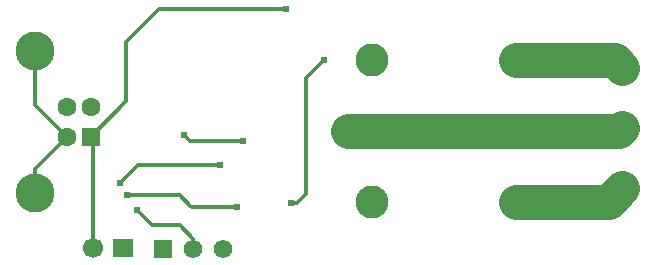
<source format=gbl>
G04 Layer: BottomLayer*
G04 EasyEDA v6.5.46, 2024-12-21 23:49:30*
G04 8bcf984c9a2246bc867cf991e714a68b,90bc6745850c4897ba40f9b8fad946ce,10*
G04 Gerber Generator version 0.2*
G04 Scale: 100 percent, Rotated: No, Reflected: No *
G04 Dimensions in millimeters *
G04 leading zeros omitted , absolute positions ,4 integer and 5 decimal *
%FSLAX45Y45*%
%MOMM*%

%ADD10C,3.0000*%
%ADD11C,0.3000*%
%ADD12R,1.7000X1.5748*%
%ADD13C,1.7000*%
%ADD14C,1.5748*%
%ADD15R,1.5748X1.5748*%
%ADD16R,1.6000X1.6000*%
%ADD17C,1.6000*%
%ADD18C,3.3000*%
%ADD19C,2.0000*%
%ADD20C,2.7940*%
%ADD21C,0.6200*%

%LPD*%
D10*
X5345508Y6029449D02*
G01*
X6131062Y6029449D01*
X6248400Y6146794D01*
X5345508Y7229350D02*
G01*
X6181849Y7229350D01*
X6248400Y7162794D01*
X3925491Y6629400D02*
G01*
X6223012Y6629400D01*
X6248400Y6654794D01*
D11*
X1746808Y6580609D02*
G01*
X1765300Y6562117D01*
X1765300Y5638800D01*
X2135858Y5961397D02*
G01*
X2267955Y5829300D01*
X2501900Y5829300D01*
X2616200Y5715000D01*
X2616200Y5626100D01*
X2540000Y6591300D02*
G01*
X2590800Y6540500D01*
X3035300Y6540500D01*
X1546806Y6580609D02*
G01*
X1275816Y6309611D01*
X1275816Y6103597D01*
X1546806Y6580609D02*
G01*
X1275816Y6851599D01*
X1275816Y7307602D01*
X1746808Y6580609D02*
G01*
X2044700Y6878495D01*
X2044700Y7378700D01*
X2324100Y7658100D01*
X3403600Y7658100D01*
X1993900Y6184900D02*
G01*
X2146300Y6337300D01*
X2844800Y6337300D01*
X2057400Y6083300D02*
G01*
X2501900Y6083300D01*
X2590800Y5994400D01*
X2603500Y5981700D01*
X2984500Y5981700D01*
X3721354Y7229347D02*
G01*
X3568700Y7076694D01*
X3568700Y6096000D01*
X3492500Y6019800D01*
X3441700Y6019800D01*
D12*
G01*
X2019300Y5638800D03*
D13*
G01*
X1765300Y5638800D03*
D14*
G01*
X2870200Y5626100D03*
G01*
X2616200Y5626100D03*
D15*
G01*
X2362200Y5626100D03*
D16*
G01*
X1746808Y6580606D03*
D17*
G01*
X1746808Y6830593D03*
G01*
X1546809Y6830593D03*
G01*
X1546809Y6580606D03*
D18*
G01*
X1275816Y7307605D03*
G01*
X1275816Y6103594D03*
D19*
G01*
X6248400Y7150074D03*
G01*
X6248400Y6134074D03*
G01*
X6248400Y6642074D03*
D20*
G01*
X5345506Y6029426D03*
G01*
X3925493Y6629374D03*
G01*
X4125493Y7229373D03*
G01*
X4125493Y6029375D03*
G01*
X5345506Y7229322D03*
D21*
G01*
X3721379Y7229398D03*
G01*
X3441700Y6019800D03*
G01*
X2135860Y5961405D03*
G01*
X2135860Y5961405D03*
G01*
X2540000Y6591300D03*
G01*
X3035300Y6540500D03*
G01*
X3403600Y7658100D03*
G01*
X1993900Y6184900D03*
G01*
X2844800Y6337300D03*
G01*
X2057400Y6083300D03*
G01*
X2984500Y5981700D03*
M02*

</source>
